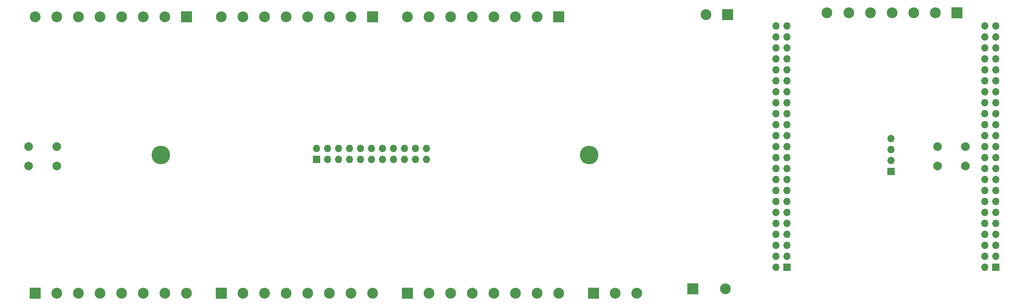
<source format=gbr>
%TF.GenerationSoftware,KiCad,Pcbnew,(5.1.6)-1*%
%TF.CreationDate,2020-09-13T21:52:20+02:00*%
%TF.ProjectId,boneIO - input board,626f6e65-494f-4202-9d20-696e70757420,rev?*%
%TF.SameCoordinates,Original*%
%TF.FileFunction,Soldermask,Bot*%
%TF.FilePolarity,Negative*%
%FSLAX46Y46*%
G04 Gerber Fmt 4.6, Leading zero omitted, Abs format (unit mm)*
G04 Created by KiCad (PCBNEW (5.1.6)-1) date 2020-09-13 21:52:21*
%MOMM*%
%LPD*%
G01*
G04 APERTURE LIST*
%ADD10O,1.700000X1.700000*%
%ADD11R,1.700000X1.700000*%
%ADD12R,2.500000X2.500000*%
%ADD13C,2.500000*%
%ADD14C,2.000000*%
%ADD15C,4.300000*%
G04 APERTURE END LIST*
D10*
%TO.C,P8*%
X203570100Y-29502400D03*
X206110100Y-29502400D03*
X203570100Y-32042400D03*
X206110100Y-32042400D03*
X203570100Y-34582400D03*
X206110100Y-34582400D03*
X203570100Y-37122400D03*
X206110100Y-37122400D03*
X203570100Y-39662400D03*
X206110100Y-39662400D03*
X203570100Y-42202400D03*
X206110100Y-42202400D03*
X203570100Y-44742400D03*
X206110100Y-44742400D03*
X203570100Y-47282400D03*
X206110100Y-47282400D03*
X203570100Y-49822400D03*
X206110100Y-49822400D03*
X203570100Y-52362400D03*
X206110100Y-52362400D03*
X203570100Y-54902400D03*
X206110100Y-54902400D03*
X203570100Y-57442400D03*
X206110100Y-57442400D03*
X203570100Y-59982400D03*
X206110100Y-59982400D03*
X203570100Y-62522400D03*
X206110100Y-62522400D03*
X203570100Y-65062400D03*
X206110100Y-65062400D03*
X203570100Y-67602400D03*
X206110100Y-67602400D03*
X203570100Y-70142400D03*
X206110100Y-70142400D03*
X203570100Y-72682400D03*
X206110100Y-72682400D03*
X203570100Y-75222400D03*
X206110100Y-75222400D03*
X203570100Y-77762400D03*
X206110100Y-77762400D03*
X203570100Y-80302400D03*
X206110100Y-80302400D03*
X203570100Y-82842400D03*
X206110100Y-82842400D03*
X203570100Y-85382400D03*
D11*
X206110100Y-85382400D03*
%TD*%
D12*
%TO.C,J1*%
X161370100Y-91382400D03*
D13*
X166370100Y-91382400D03*
X171370100Y-91382400D03*
%TD*%
D12*
%TO.C,VDD1*%
X184370100Y-90382400D03*
D13*
X191870100Y-90382400D03*
%TD*%
D11*
%TO.C,J11*%
X97370100Y-60382400D03*
D10*
X97370100Y-57842400D03*
X99910100Y-60382400D03*
X99910100Y-57842400D03*
X102450100Y-60382400D03*
X102450100Y-57842400D03*
X104990100Y-60382400D03*
X104990100Y-57842400D03*
X107530100Y-60382400D03*
X107530100Y-57842400D03*
X110070100Y-60382400D03*
X110070100Y-57842400D03*
X112610100Y-60382400D03*
X112610100Y-57842400D03*
X115150100Y-60382400D03*
X115150100Y-57842400D03*
X117690100Y-60382400D03*
X117690100Y-57842400D03*
X120230100Y-60382400D03*
X120230100Y-57842400D03*
X122770100Y-60382400D03*
X122770100Y-57842400D03*
%TD*%
D11*
%TO.C,I2C1*%
X230120100Y-63132400D03*
D10*
X230120100Y-60592400D03*
X230120100Y-58052400D03*
X230120100Y-55512400D03*
%TD*%
D12*
%TO.C,J7*%
X153370100Y-27382400D03*
D13*
X148370100Y-27382400D03*
X143370100Y-27382400D03*
X138370100Y-27382400D03*
X133370100Y-27382400D03*
X128370100Y-27382400D03*
X123370100Y-27382400D03*
X118370100Y-27382400D03*
%TD*%
%TO.C,J6*%
X75370100Y-27382400D03*
X80370100Y-27382400D03*
X85370100Y-27382400D03*
X90370100Y-27382400D03*
X95370100Y-27382400D03*
X100370100Y-27382400D03*
X105370100Y-27382400D03*
D12*
X110370100Y-27382400D03*
%TD*%
%TO.C,J5*%
X67370100Y-27382400D03*
D13*
X62370100Y-27382400D03*
X57370100Y-27382400D03*
X52370100Y-27382400D03*
X47370100Y-27382400D03*
X42370100Y-27382400D03*
X37370100Y-27382400D03*
X32370100Y-27382400D03*
%TD*%
%TO.C,J2*%
X153370100Y-91382400D03*
X148370100Y-91382400D03*
X143370100Y-91382400D03*
X138370100Y-91382400D03*
X133370100Y-91382400D03*
X128370100Y-91382400D03*
X123370100Y-91382400D03*
D12*
X118370100Y-91382400D03*
%TD*%
%TO.C,J3*%
X75370100Y-91382400D03*
D13*
X80370100Y-91382400D03*
X85370100Y-91382400D03*
X90370100Y-91382400D03*
X95370100Y-91382400D03*
X100370100Y-91382400D03*
X105370100Y-91382400D03*
X110370100Y-91382400D03*
%TD*%
%TO.C,J4*%
X67370100Y-91382400D03*
X62370100Y-91382400D03*
X57370100Y-91382400D03*
X52370100Y-91382400D03*
X47370100Y-91382400D03*
X42370100Y-91382400D03*
X37370100Y-91382400D03*
D12*
X32370100Y-91382400D03*
%TD*%
%TO.C,AN1*%
X245370100Y-26382400D03*
D13*
X240370100Y-26382400D03*
X235370100Y-26382400D03*
X230370100Y-26382400D03*
X225370100Y-26382400D03*
X220370100Y-26382400D03*
X215370100Y-26382400D03*
%TD*%
D12*
%TO.C,ANVDD1*%
X192370100Y-26882400D03*
D13*
X187370100Y-26882400D03*
%TD*%
D11*
%TO.C,P9*%
X254370100Y-85382400D03*
D10*
X251830100Y-85382400D03*
X254370100Y-82842400D03*
X251830100Y-82842400D03*
X254370100Y-80302400D03*
X251830100Y-80302400D03*
X254370100Y-77762400D03*
X251830100Y-77762400D03*
X254370100Y-75222400D03*
X251830100Y-75222400D03*
X254370100Y-72682400D03*
X251830100Y-72682400D03*
X254370100Y-70142400D03*
X251830100Y-70142400D03*
X254370100Y-67602400D03*
X251830100Y-67602400D03*
X254370100Y-65062400D03*
X251830100Y-65062400D03*
X254370100Y-62522400D03*
X251830100Y-62522400D03*
X254370100Y-59982400D03*
X251830100Y-59982400D03*
X254370100Y-57442400D03*
X251830100Y-57442400D03*
X254370100Y-54902400D03*
X251830100Y-54902400D03*
X254370100Y-52362400D03*
X251830100Y-52362400D03*
X254370100Y-49822400D03*
X251830100Y-49822400D03*
X254370100Y-47282400D03*
X251830100Y-47282400D03*
X254370100Y-44742400D03*
X251830100Y-44742400D03*
X254370100Y-42202400D03*
X251830100Y-42202400D03*
X254370100Y-39662400D03*
X251830100Y-39662400D03*
X254370100Y-37122400D03*
X251830100Y-37122400D03*
X254370100Y-34582400D03*
X251830100Y-34582400D03*
X254370100Y-32042400D03*
X251830100Y-32042400D03*
X254370100Y-29502400D03*
X251830100Y-29502400D03*
%TD*%
D14*
%TO.C,SW1*%
X240870100Y-61882400D03*
X240870100Y-57382400D03*
X247370100Y-61882400D03*
X247370100Y-57382400D03*
%TD*%
%TO.C,SW2*%
X37370100Y-57382400D03*
X37370100Y-61882400D03*
X30870100Y-57382400D03*
X30870100Y-61882400D03*
%TD*%
D15*
%TO.C,H1*%
X61370100Y-59382400D03*
%TD*%
%TO.C,H2*%
X160370100Y-59382400D03*
%TD*%
M02*

</source>
